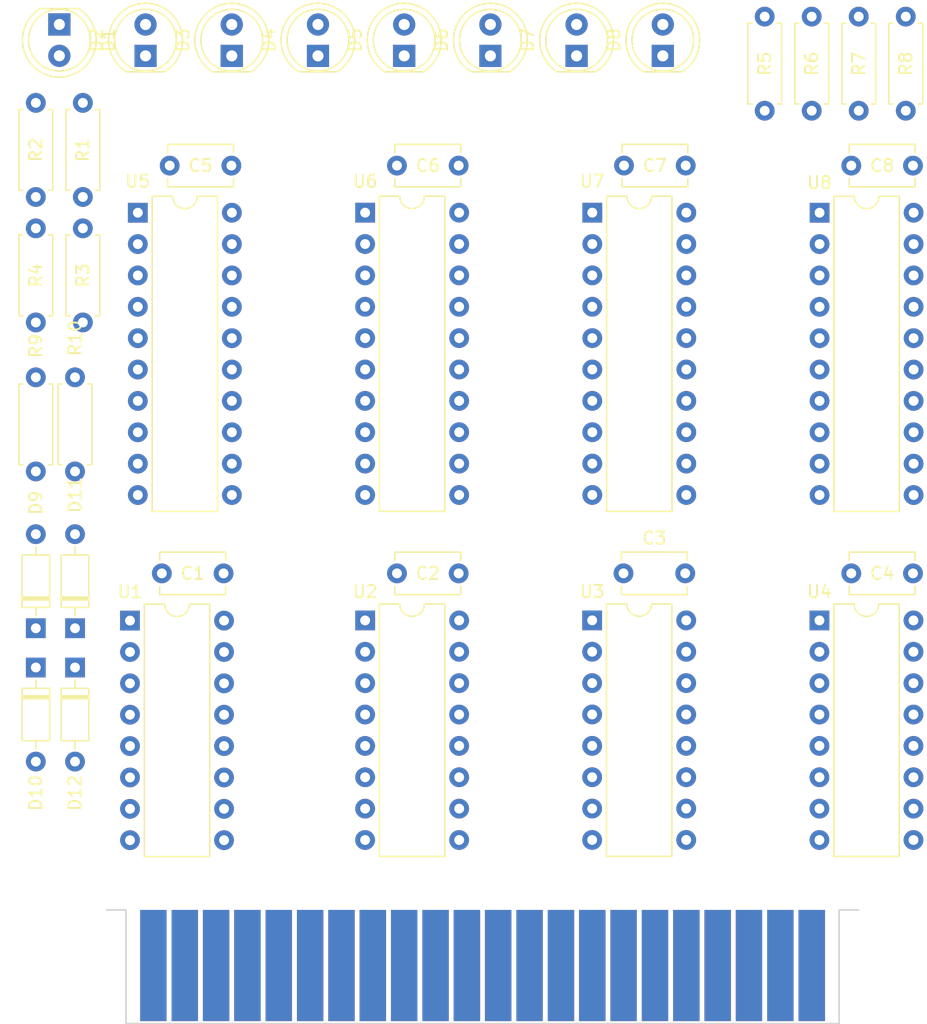
<source format=kicad_pcb>
(kicad_pcb (version 20211014) (generator pcbnew)
  (layers (0 "F.Cu" signal) (31 "B.Cu" signal) (34 "B.Paste" user) (35 "F.Paste" user) (36 "B.SilkS" user "B.Silkscreen") (37 "F.SilkS" user "F.Silkscreen") (38 "B.Mask" user) (39 "F.Mask" user) (44 "Edge.Cuts" user))
  (net 0 "")
  (net 1 "GND")
  (net 2 "+5V")
  (net 3 "Net-(R1-Pad2)")
  (net 4 "Net-(R2-Pad2)")
  (net 5 "Net-(R3-Pad2)")
  (net 6 "Net-(R4-Pad2)")
  (net 7 "Net-(R5-Pad2)")
  (net 8 "Net-(R6-Pad2)")
  (net 9 "Net-(R7-Pad2)")
  (net 10 "Net-(R8-Pad2)")
  (net 11 "inc")
  (net 12 "~{clock}")
  (net 13 "count_up")
  (net 14 "dec")
  (net 15 "count_down")
  (net 16 "data_{0}")
  (net 17 "data_{1}")
  (net 18 "~{read_high}")
  (net 19 "data_{2}")
  (net 20 "~{read_low}")
  (net 21 "data_{3}")
  (net 23 "data_{4}")
  (net 24 "data_{5}")
  (net 26 "data_{6}")
  (net 27 "data_{7}")
  (net 28 "~{load_high}")
  (net 29 "~{load_low}")
  (net 30 "~{addr_sel}")
  (net 31 "addr_{8}")
  (net 32 "addr_{0}")
  (net 33 "addr_{9}")
  (net 34 "addr_{1}")
  (net 35 "addr_{10}")
  (net 36 "addr_{2}")
  (net 37 "addr_{11}")
  (net 38 "addr_{3}")
  (net 39 "addr_{12}")
  (net 40 "addr_{4}")
  (net 41 "addr_{13}")
  (net 42 "addr_{5}")
  (net 43 "addr_{14}")
  (net 44 "addr_{6}")
  (net 45 "addr_{15}")
  (net 46 "addr_{7}")
  (net 47 "count_{13}")
  (net 48 "count_{12}")
  (net 49 "borrow_4")
  (net 50 "carry_4")
  (net 51 "count_{14}")
  (net 52 "count_{15}")
  (net 55 "count_{9}")
  (net 56 "count_{8}")
  (net 57 "borrow_3")
  (net 58 "carry_3")
  (net 59 "count_{10}")
  (net 60 "count_{11}")
  (net 61 "count_{5}")
  (net 62 "count_{4}")
  (net 63 "borrow_2")
  (net 64 "carry_2")
  (net 65 "count_{6}")
  (net 66 "count_{7}")
  (net 67 "count_{1}")
  (net 68 "count_{0}")
  (net 69 "count_{2}")
  (net 70 "count_{3}")
  (footprint "Package_DIP:DIP-20_W7.62mm" (layer "F.Cu") (at 110.49 53.98)
    (fp_text reference "U8" (at -0.01 -2.427) (layer "F.SilkS"))
    (fp_text value "74LS244")
    (pad "1" thru_hole rect (at 0 0) (size 1.6 1.6) (drill 0.8) (layers *.Cu *.Mask) (net 30 "~{addr_sel}"))
    (pad "2" thru_hole oval (at 0 2.54) (size 1.6 1.6) (drill 0.8) (layers *.Cu *.Mask) (net 68 "count_{0}"))
    (pad "3" thru_hole oval (at 0 5.08) (size 1.6 1.6) (drill 0.8) (layers *.Cu *.Mask) (net 46 "addr_{7}"))
    (pad "4" thru_hole oval (at 0 7.62) (size 1.6 1.6) (drill 0.8) (layers *.Cu *.Mask) (net 67 "count_{1}"))
    (pad "5" thru_hole oval (at 0 10.16) (size 1.6 1.6) (drill 0.8) (layers *.Cu *.Mask) (net 44 "addr_{6}"))
    (pad "6" thru_hole oval (at 0 12.7) (size 1.6 1.6) (drill 0.8) (layers *.Cu *.Mask) (net 69 "count_{2}"))
    (pad "7" thru_hole oval (at 0 15.24) (size 1.6 1.6) (drill 0.8) (layers *.Cu *.Mask) (net 42 "addr_{5}"))
    (pad "8" thru_hole oval (at 0 17.78) (size 1.6 1.6) (drill 0.8) (layers *.Cu *.Mask) (net 70 "count_{3}"))
    (pad "9" thru_hole oval (at 0 20.32) (size 1.6 1.6) (drill 0.8) (layers *.Cu *.Mask) (net 40 "addr_{4}"))
    (pad "10" thru_hole oval (at 0 22.86) (size 1.6 1.6) (drill 0.8) (layers *.Cu *.Mask) (net 1 "GND"))
    (pad "11" thru_hole oval (at 7.62 22.86) (size 1.6 1.6) (drill 0.8) (layers *.Cu *.Mask) (net 62 "count_{4}"))
    (pad "12" thru_hole oval (at 7.62 20.32) (size 1.6 1.6) (drill 0.8) (layers *.Cu *.Mask) (net 38 "addr_{3}"))
    (pad "13" thru_hole oval (at 7.62 17.78) (size 1.6 1.6) (drill 0.8) (layers *.Cu *.Mask) (net 61 "count_{5}"))
    (pad "14" thru_hole oval (at 7.62 15.24) (size 1.6 1.6) (drill 0.8) (layers *.Cu *.Mask) (net 36 "addr_{2}"))
    (pad "15" thru_hole oval (at 7.62 12.7) (size 1.6 1.6) (drill 0.8) (layers *.Cu *.Mask) (net 65 "count_{6}"))
    (pad "16" thru_hole oval (at 7.62 10.16) (size 1.6 1.6) (drill 0.8) (layers *.Cu *.Mask) (net 34 "addr_{1}"))
    (pad "17" thru_hole oval (at 7.62 7.62) (size 1.6 1.6) (drill 0.8) (layers *.Cu *.Mask) (net 66 "count_{7}"))
    (pad "18" thru_hole oval (at 7.62 5.08) (size 1.6 1.6) (drill 0.8) (layers *.Cu *.Mask) (net 32 "addr_{0}"))
    (pad "19" thru_hole oval (at 7.62 2.54) (size 1.6 1.6) (drill 0.8) (layers *.Cu *.Mask) (net 30 "~{addr_sel}"))
    (pad "20" thru_hole oval (at 7.62 0) (size 1.6 1.6) (drill 0.8) (layers *.Cu *.Mask) (net 2 "+5V"))
  )
  (footprint "LED_THT:LED_D5.0mm" (layer "F.Cu") (at 83.82 41.28 90)
    (fp_text reference "D6" (at 1.27 -3.96 90) (layer "F.SilkS"))
    (fp_text value "LED")
    (pad "1" thru_hole rect (at 0 0 90) (size 1.8 1.8) (drill 0.9) (layers *.Cu *.Mask) (net 8 "Net-(R6-Pad2)"))
    (pad "2" thru_hole circle (at 2.54 0 90) (size 1.8 1.8) (drill 0.9) (layers *.Cu *.Mask) (net 2 "+5V"))
  )
  (footprint "Diode_THT:D_DO-35_SOD27_P7.62mm_Horizontal" (layer "F.Cu") (at 50.165 87.63 90)
    (fp_text reference "D11" (at 10.795 0 90) (layer "F.SilkS"))
    (fp_text value "1N4148" hide)
    (pad "1" thru_hole rect (at 0 0 90) (size 1.6 1.6) (drill 0.8) (layers *.Cu *.Mask) (net 14 "dec"))
    (pad "2" thru_hole oval (at 7.62 0 90) (size 1.6 1.6) (drill 0.8) (layers *.Cu *.Mask) (net 12 "~{clock}"))
  )
  (footprint "LED_THT:LED_D5.0mm" (layer "F.Cu") (at 48.895 38.735 -90)
    (fp_text reference "D1" (at 1.27 -3.96 90) (layer "F.SilkS"))
    (fp_text value "LED")
    (pad "1" thru_hole rect (at 0 0 270) (size 1.8 1.8) (drill 0.9) (layers *.Cu *.Mask) (net 1 "GND"))
    (pad "2" thru_hole circle (at 2.54 0 270) (size 1.8 1.8) (drill 0.9) (layers *.Cu *.Mask) (net 3 "Net-(R1-Pad2)"))
  )
  (footprint "Diode_THT:D_DO-35_SOD27_P7.62mm_Horizontal" (layer "F.Cu") (at 50.165 90.805 -90)
    (fp_text reference "D12" (at 10.16 0 90) (layer "F.SilkS"))
    (fp_text value "1N4148" hide)
    (pad "1" thru_hole rect (at 0 0 270) (size 1.6 1.6) (drill 0.8) (layers *.Cu *.Mask) (net 14 "dec"))
    (pad "2" thru_hole oval (at 7.62 0 270) (size 1.6 1.6) (drill 0.8) (layers *.Cu *.Mask) (net 15 "count_down"))
  )
  (footprint "Package_DIP:DIP-20_W7.62mm" (layer "F.Cu") (at 92.075 53.975)
    (fp_text reference "U7" (at -0.01 -2.545) (layer "F.SilkS"))
    (fp_text value "74LS244")
    (pad "1" thru_hole rect (at 0 0) (size 1.6 1.6) (drill 0.8) (layers *.Cu *.Mask) (net 30 "~{addr_sel}"))
    (pad "2" thru_hole oval (at 0 2.54) (size 1.6 1.6) (drill 0.8) (layers *.Cu *.Mask) (net 56 "count_{8}"))
    (pad "3" thru_hole oval (at 0 5.08) (size 1.6 1.6) (drill 0.8) (layers *.Cu *.Mask) (net 45 "addr_{15}"))
    (pad "4" thru_hole oval (at 0 7.62) (size 1.6 1.6) (drill 0.8) (layers *.Cu *.Mask) (net 55 "count_{9}"))
    (pad "5" thru_hole oval (at 0 10.16) (size 1.6 1.6) (drill 0.8) (layers *.Cu *.Mask) (net 43 "addr_{14}"))
    (pad "6" thru_hole oval (at 0 12.7) (size 1.6 1.6) (drill 0.8) (layers *.Cu *.Mask) (net 59 "count_{10}"))
    (pad "7" thru_hole oval (at 0 15.24) (size 1.6 1.6) (drill 0.8) (layers *.Cu *.Mask) (net 41 "addr_{13}"))
    (pad "8" thru_hole oval (at 0 17.78) (size 1.6 1.6) (drill 0.8) (layers *.Cu *.Mask) (net 60 "count_{11}"))
    (pad "9" thru_hole oval (at 0 20.32) (size 1.6 1.6) (drill 0.8) (layers *.Cu *.Mask) (net 39 "addr_{12}"))
    (pad "10" thru_hole oval (at 0 22.86) (size 1.6 1.6) (drill 0.8) (layers *.Cu *.Mask) (net 1 "GND"))
    (pad "11" thru_hole oval (at 7.62 22.86) (size 1.6 1.6) (drill 0.8) (layers *.Cu *.Mask) (net 48 "count_{12}"))
    (pad "12" thru_hole oval (at 7.62 20.32) (size 1.6 1.6) (drill 0.8) (layers *.Cu *.Mask) (net 37 "addr_{11}"))
    (pad "13" thru_hole oval (at 7.62 17.78) (size 1.6 1.6) (drill 0.8) (layers *.Cu *.Mask) (net 47 "count_{13}"))
    (pad "14" thru_hole oval (at 7.62 15.24) (size 1.6 1.6) (drill 0.8) (layers *.Cu *.Mask) (net 35 "addr_{10}"))
    (pad "15" thru_hole oval (at 7.62 12.7) (size 1.6 1.6) (drill 0.8) (layers *.Cu *.Mask) (net 51 "count_{14}"))
    (pad "16" thru_hole oval (at 7.62 10.16) (size 1.6 1.6) (drill 0.8) (layers *.Cu *.Mask) (net 33 "addr_{9}"))
    (pad "17" thru_hole oval (at 7.62 7.62) (size 1.6 1.6) (drill 0.8) (layers *.Cu *.Mask) (net 52 "count_{15}"))
    (pad "18" thru_hole oval (at 7.62 5.08) (size 1.6 1.6) (drill 0.8) (layers *.Cu *.Mask) (net 31 "addr_{8}"))
    (pad "19" thru_hole oval (at 7.62 2.54) (size 1.6 1.6) (drill 0.8) (layers *.Cu *.Mask) (net 30 "~{addr_sel}"))
    (pad "20" thru_hole oval (at 7.62 0) (size 1.6 1.6) (drill 0.8) (layers *.Cu *.Mask) (net 2 "+5V"))
  )
  (footprint "Resistor_THT:R_Axial_DIN0207_L6.3mm_D2.5mm_P7.62mm_Horizontal" (layer "F.Cu") (at 46.99 45.085 -90)
    (fp_text reference "R2" (at 3.81 0 90) (layer "F.SilkS"))
    (fp_text value "1K" hide)
    (pad "1" thru_hole circle (at 0 0 270) (size 1.6 1.6) (drill 0.8) (layers *.Cu *.Mask) (net 28 "~{load_high}"))
    (pad "2" thru_hole oval (at 7.62 0 270) (size 1.6 1.6) (drill 0.8) (layers *.Cu *.Mask) (net 4 "Net-(R2-Pad2)"))
  )
  (footprint "LED_THT:LED_D5.0mm" (layer "F.Cu") (at 55.88 41.28 90)
    (fp_text reference "D2" (at 1.27 -3.96 90) (layer "F.SilkS"))
    (fp_text value "LED")
    (pad "1" thru_hole rect (at 0 0 90) (size 1.8 1.8) (drill 0.9) (layers *.Cu *.Mask) (net 4 "Net-(R2-Pad2)"))
    (pad "2" thru_hole circle (at 2.54 0 90) (size 1.8 1.8) (drill 0.9) (layers *.Cu *.Mask) (net 2 "+5V"))
  )
  (footprint "Resistor_THT:R_Axial_DIN0207_L6.3mm_D2.5mm_P7.62mm_Horizontal" (layer "F.Cu") (at 50.165 74.93 90)
    (fp_text reference "R10" (at 10.795 0 90) (layer "F.SilkS"))
    (fp_text value "10K" hide)
    (pad "1" thru_hole circle (at 0 0 90) (size 1.6 1.6) (drill 0.8) (layers *.Cu *.Mask) (net 14 "dec"))
    (pad "2" thru_hole oval (at 7.62 0 90) (size 1.6 1.6) (drill 0.8) (layers *.Cu *.Mask) (net 1 "GND"))
  )
  (footprint "Capacitor_THT:C_Disc_D5.1mm_W3.2mm_P5.00mm" (layer "F.Cu") (at 57.2 83.185)
    (fp_text reference "C1" (at 2.5 0) (layer "F.SilkS"))
    (fp_text value "100nF")
    (pad "1" thru_hole circle (at 0 0) (size 1.6 1.6) (drill 0.8) (layers *.Cu *.Mask) (net 1 "GND"))
    (pad "2" thru_hole circle (at 5 0) (size 1.6 1.6) (drill 0.8) (layers *.Cu *.Mask) (net 2 "+5V"))
  )
  (footprint "Package_DIP:DIP-16_W7.62mm" (layer "F.Cu") (at 110.48 86.995)
    (fp_text reference "U4" (at 0 -2.33) (layer "F.SilkS"))
    (fp_text value "74LS193")
    (pad "1" thru_hole rect (at 0 0) (size 1.6 1.6) (drill 0.8) (layers *.Cu *.Mask) (net 17 "data_{1}"))
    (pad "2" thru_hole oval (at 0 2.54) (size 1.6 1.6) (drill 0.8) (layers *.Cu *.Mask) (net 67 "count_{1}"))
    (pad "3" thru_hole oval (at 0 5.08) (size 1.6 1.6) (drill 0.8) (layers *.Cu *.Mask) (net 68 "count_{0}"))
    (pad "4" thru_hole oval (at 0 7.62) (size 1.6 1.6) (drill 0.8) (layers *.Cu *.Mask) (net 14 "dec"))
    (pad "5" thru_hole oval (at 0 10.16) (size 1.6 1.6) (drill 0.8) (layers *.Cu *.Mask) (net 11 "inc"))
    (pad "6" thru_hole oval (at 0 12.7) (size 1.6 1.6) (drill 0.8) (layers *.Cu *.Mask) (net 69 "count_{2}"))
    (pad "7" thru_hole oval (at 0 15.24) (size 1.6 1.6) (drill 0.8) (layers *.Cu *.Mask) (net 70 "count_{3}"))
    (pad "8" thru_hole oval (at 0 17.78) (size 1.6 1.6) (drill 0.8) (layers *.Cu *.Mask) (net 1 "GND"))
    (pad "9" thru_hole oval (at 7.62 17.78) (size 1.6 1.6) (drill 0.8) (layers *.Cu *.Mask) (net 21 "data_{3}"))
    (pad "10" thru_hole oval (at 7.62 15.24) (size 1.6 1.6) (drill 0.8) (layers *.Cu *.Mask) (net 19 "data_{2}"))
    (pad "11" thru_hole oval (at 7.62 12.7) (size 1.6 1.6) (drill 0.8) (layers *.Cu *.Mask) (net 29 "~{load_low}"))
    (pad "12" thru_hole oval (at 7.62 10.16) (size 1.6 1.6) (drill 0.8) (layers *.Cu *.Mask) (net 64 "carry_2"))
    (pad "13" thru_hole oval (at 7.62 7.62) (size 1.6 1.6) (drill 0.8) (layers *.Cu *.Mask) (net 63 "borrow_2"))
    (pad "14" thru_hole oval (at 7.62 5.08) (size 1.6 1.6) (drill 0.8) (layers *.Cu *.Mask) (net 1 "GND"))
    (pad "15" thru_hole oval (at 7.62 2.54) (size 1.6 1.6) (drill 0.8) (layers *.Cu *.Mask) (net 16 "data_{0}"))
    (pad "16" thru_hole oval (at 7.62 0) (size 1.6 1.6) (drill 0.8) (layers *.Cu *.Mask) (net 2 "+5V"))
  )
  (footprint "Resistor_THT:R_Axial_DIN0207_L6.3mm_D2.5mm_P7.62mm_Horizontal" (layer "F.Cu") (at 109.855 45.72 90)
    (fp_text reference "R6" (at 3.81 0 90) (layer "F.SilkS"))
    (fp_text value "1K" hide)
    (pad "1" thru_hole circle (at 0 0 90) (size 1.6 1.6) (drill 0.8) (layers *.Cu *.Mask) (net 30 "~{addr_sel}"))
    (pad "2" thru_hole oval (at 7.62 0 90) (size 1.6 1.6) (drill 0.8) (layers *.Cu *.Mask) (net 8 "Net-(R6-Pad2)"))
  )
  (footprint "Diode_THT:D_DO-35_SOD27_P7.62mm_Horizontal" (layer "F.Cu") (at 46.99 87.63 90)
    (fp_text reference "D9" (at 10.16 0 90) (layer "F.SilkS"))
    (fp_text value "1N4148" hide)
    (pad "1" thru_hole rect (at 0 0 90) (size 1.6 1.6) (drill 0.8) (layers *.Cu *.Mask) (net 11 "inc"))
    (pad "2" thru_hole oval (at 7.62 0 90) (size 1.6 1.6) (drill 0.8) (layers *.Cu *.Mask) (net 12 "~{clock}"))
  )
  (footprint "LED_THT:LED_D5.0mm" (layer "F.Cu") (at 90.805 41.28 90)
    (fp_text reference "D7" (at 1.27 -3.96 90) (layer "F.SilkS"))
    (fp_text value "LED")
    (pad "1" thru_hole rect (at 0 0 90) (size 1.8 1.8) (drill 0.9) (layers *.Cu *.Mask) (net 1 "GND"))
    (pad "2" thru_hole circle (at 2.54 0 90) (size 1.8 1.8) (drill 0.9) (layers *.Cu *.Mask) (net 9 "Net-(R7-Pad2)"))
  )
  (footprint "Resistor_THT:R_Axial_DIN0207_L6.3mm_D2.5mm_P7.62mm_Horizontal" (layer "F.Cu") (at 113.665 45.72 90)
    (fp_text reference "R7" (at 3.81 0 90) (layer "F.SilkS"))
    (fp_text value "1K" hide)
    (pad "1" thru_hole circle (at 0 0 90) (size 1.6 1.6) (drill 0.8) (layers *.Cu *.Mask) (net 13 "count_up"))
    (pad "2" thru_hole oval (at 7.62 0 90) (size 1.6 1.6) (drill 0.8) (layers *.Cu *.Mask) (net 9 "Net-(R7-Pad2)"))
  )
  (footprint "Capacitor_THT:C_Disc_D5.1mm_W3.2mm_P5.00mm" (layer "F.Cu") (at 76.25 83.185)
    (fp_text reference "C2" (at 2.5 0) (layer "F.SilkS"))
    (fp_text value "100nF")
    (pad "1" thru_hole circle (at 0 0) (size 1.6 1.6) (drill 0.8) (layers *.Cu *.Mask) (net 1 "GND"))
    (pad "2" thru_hole circle (at 5 0) (size 1.6 1.6) (drill 0.8) (layers *.Cu *.Mask) (net 2 "+5V"))
  )
  (footprint "Capacitor_THT:C_Disc_D5.1mm_W3.2mm_P5.00mm" (layer "F.Cu") (at 76.25 50.165)
    (fp_text reference "C6" (at 2.5 0) (layer "F.SilkS"))
    (fp_text value "100nF")
    (pad "1" thru_hole circle (at 0 0) (size 1.6 1.6) (drill 0.8) (layers *.Cu *.Mask) (net 1 "GND"))
    (pad "2" thru_hole circle (at 5 0) (size 1.6 1.6) (drill 0.8) (layers *.Cu *.Mask) (net 2 "+5V"))
  )
  (footprint "Resistor_THT:R_Axial_DIN0207_L6.3mm_D2.5mm_P7.62mm_Horizontal" (layer "F.Cu") (at 117.475 45.72 90)
    (fp_text reference "R8" (at 3.81 0 90) (layer "F.SilkS"))
    (fp_text value "1K" hide)
    (pad "1" thru_hole circle (at 0 0 90) (size 1.6 1.6) (drill 0.8) (layers *.Cu *.Mask) (net 15 "count_down"))
    (pad "2" thru_hole oval (at 7.62 0 90) (size 1.6 1.6) (drill 0.8) (layers *.Cu *.Mask) (net 10 "Net-(R8-Pad2)"))
  )
  (footprint "Capacitor_THT:C_Disc_D5.1mm_W3.2mm_P5.00mm" (layer "F.Cu") (at 113.06 83.185)
    (fp_text reference "C4" (at 2.5 0) (layer "F.SilkS"))
    (fp_text value "100nF")
    (pad "1" thru_hole circle (at 0 0) (size 1.6 1.6) (drill 0.8) (layers *.Cu *.Mask) (net 1 "GND"))
    (pad "2" thru_hole circle (at 5 0) (size 1.6 1.6) (drill 0.8) (layers *.Cu *.Mask) (net 2 "+5V"))
  )
  (footprint "Resistor_THT:R_Axial_DIN0207_L6.3mm_D2.5mm_P7.62mm_Horizontal" (layer "F.Cu") (at 46.99 74.93 90)
    (fp_text reference "R9" (at 10.16 0 90) (layer "F.SilkS"))
    (fp_text value "10K" hide)
    (pad "1" thru_hole circle (at 0 0 90) (size 1.6 1.6) (drill 0.8) (layers *.Cu *.Mask) (net 11 "inc"))
    (pad "2" thru_hole oval (at 7.62 0 90) (size 1.6 1.6) (drill 0.8) (layers *.Cu *.Mask) (net 1 "GND"))
  )
  (footprint "LED_THT:LED_D5.0mm" (layer "F.Cu") (at 69.85 41.28 90)
    (fp_text reference "D4" (at 1.27 -3.96 90) (layer "F.SilkS"))
    (fp_text value "LED")
    (pad "1" thru_hole rect (at 0 0 90) (size 1.8 1.8) (drill 0.9) (layers *.Cu *.Mask) (net 6 "Net-(R4-Pad2)"))
    (pad "2" thru_hole circle (at 2.54 0 90) (size 1.8 1.8) (drill 0.9) (layers *.Cu *.Mask) (net 2 "+5V"))
  )
  (footprint "Capacitor_THT:C_Disc_D5.1mm_W3.2mm_P5.00mm" (layer "F.Cu") (at 94.645 50.16)
    (fp_text reference "C7" (at 2.5 0) (layer "F.SilkS"))
    (fp_text value "100nF")
    (pad "1" thru_hole circle (at 0 0) (size 1.6 1.6) (drill 0.8) (layers *.Cu *.Mask) (net 1 "GND"))
    (pad "2" thru_hole circle (at 5 0) (size 1.6 1.6) (drill 0.8) (layers *.Cu *.Mask) (net 2 "+5V"))
  )
  (footprint "Capacitor_THT:C_Disc_D5.1mm_W3.2mm_P5.00mm" (layer "F.Cu") (at 94.605 83.18)
    (fp_text reference "C3" (at 2.5 -2.85) (layer "F.SilkS"))
    (fp_text value "100nF")
    (pad "1" thru_hole circle (at 0 0) (size 1.6 1.6) (drill 0.8) (layers *.Cu *.Mask) (net 1 "GND"))
    (pad "2" thru_hole circle (at 5 0) (size 1.6 1.6) (drill 0.8) (layers *.Cu *.Mask) (net 2 "+5V"))
  )
  (footprint "Package_DIP:DIP-16_W7.62mm" (layer "F.Cu") (at 73.67 86.995)
    (fp_text reference "U2" (at 0 -2.33) (layer "F.SilkS"))
    (fp_text value "74LS193")
    (pad "1" thru_hole rect (at 0 0) (size 1.6 1.6) (drill 0.8) (layers *.Cu *.Mask) (net 17 "data_{1}"))
    (pad "2" thru_hole oval (at 0 2.54) (size 1.6 1.6) (drill 0.8) (layers *.Cu *.Mask) (net 55 "count_{9}"))
    (pad "3" thru_hole oval (at 0 5.08) (size 1.6 1.6) (drill 0.8) (layers *.Cu *.Mask) (net 56 "count_{8}"))
    (pad "4" thru_hole oval (at 0 7.62) (size 1.6 1.6) (drill 0.8) (layers *.Cu *.Mask) (net 57 "borrow_3"))
    (pad "5" thru_hole oval (at 0 10.16) (size 1.6 1.6) (drill 0.8) (layers *.Cu *.Mask) (net 58 "carry_3"))
    (pad "6" thru_hole oval (at 0 12.7) (size 1.6 1.6) (drill 0.8) (layers *.Cu *.Mask) (net 59 "count_{10}"))
    (pad "7" thru_hole oval (at 0 15.24) (size 1.6 1.6) (drill 0.8) (layers *.Cu *.Mask) (net 60 "count_{11}"))
    (pad "8" thru_hole oval (at 0 17.78) (size 1.6 1.6) (drill 0.8) (layers *.Cu *.Mask) (net 1 "GND"))
    (pad "9" thru_hole oval (at 7.62 17.78) (size 1.6 1.6) (drill 0.8) (layers *.Cu *.Mask) (net 21 "data_{3}"))
    (pad "10" thru_hole oval (at 7.62 15.24) (size 1.6 1.6) (drill 0.8) (layers *.Cu *.Mask) (net 19 "data_{2}"))
    (pad "11" thru_hole oval (at 7.62 12.7) (size 1.6 1.6) (drill 0.8) (layers *.Cu *.Mask) (net 28 "~{load_high}"))
    (pad "12" thru_hole oval (at 7.62 10.16) (size 1.6 1.6) (drill 0.8) (layers *.Cu *.Mask) (net 50 "carry_4"))
    (pad "13" thru_hole oval (at 7.62 7.62) (size 1.6 1.6) (drill 0.8) (layers *.Cu *.Mask) (net 49 "borrow_4"))
    (pad "14" thru_hole oval (at 7.62 5.08) (size 1.6 1.6) (drill 0.8) (layers *.Cu *.Mask) (net 1 "GND"))
    (pad "15" thru_hole oval (at 7.62 2.54) (size 1.6 1.6) (drill 0.8) (layers *.Cu *.Mask) (net 16 "data_{0}"))
    (pad "16" thru_hole oval (at 7.62 0) (size 1.6 1.6) (drill 0.8) (layers *.Cu *.Mask) (net 2 "+5V"))
  )
  (footprint "Package_DIP:DIP-20_W7.62mm" (layer "F.Cu") (at 73.67 53.975)
    (fp_text reference "U6" (at 0 -2.54) (layer "F.SilkS"))
    (fp_text value "74LS244")
    (pad "1" thru_hole rect (at 0 0) (size 1.6 1.6) (drill 0.8) (layers *.Cu *.Mask) (net 20 "~{read_low}"))
    (pad "2" thru_hole oval (at 0 2.54) (size 1.6 1.6) (drill 0.8) (layers *.Cu *.Mask) (net 68 "count_{0}"))
    (pad "3" thru_hole oval (at 0 5.08) (size 1.6 1.6) (drill 0.8) (layers *.Cu *.Mask) (net 27 "data_{7}"))
    (pad "4" thru_hole oval (at 0 7.62) (size 1.6 1.6) (drill 0.8) (layers *.Cu *.Mask) (net 67 "count_{1}"))
    (pad "5" thru_hole oval (at 0 10.16) (size 1.6 1.6) (drill 0.8) (layers *.Cu *.Mask) (net 26 "data_{6}"))
    (pad "6" thru_hole oval (at 0 12.7) (size 1.6 1.6) (drill 0.8) (layers *.Cu *.Mask) (net 69 "count_{2}"))
    (pad "7" thru_hole oval (at 0 15.24) (size 1.6 1.6) (drill 0.8) (layers *.Cu *.Mask) (net 24 "data_{5}"))
    (pad "8" thru_hole oval (at 0 17.78) (size 1.6 1.6) (drill 0.8) (layers *.Cu *.Mask) (net 70 "count_{3}"))
    (pad "9" thru_hole oval (at 0 20.32) (size 1.6 1.6) (drill 0.8) (layers *.Cu *.Mask) (net 23 "data_{4}"))
    (pad "10" thru_hole oval (at 0 22.86) (size 1.6 1.6) (drill 0.8) (layers *.Cu *.Mask) (net 1 "GND"))
    (pad "11" thru_hole oval (at 7.62 22.86) (size 1.6 1.6) (drill 0.8) (layers *.Cu *.Mask) (net 62 "count_{4}"))
    (pad "12" thru_hole oval (at 7.62 20.32) (size 1.6 1.6) (drill 0.8) (layers *.Cu *.Mask) (net 21 "data_{3}"))
    (pad "13" thru_hole oval (at 7.62 17.78) (size 1.6 1.6) (drill 0.8) (layers *.Cu *.Mask) (net 61 "count_{5}"))
    (pad "14" thru_hole oval (at 7.62 15.24) (size 1.6 1.6) (drill 0.8) (layers *.Cu *.Mask) (net 19 "data_{2}"))
    (pad "15" thru_hole oval (at 7.62 12.7) (size 1.6 1.6) (drill 0.8) (layers *.Cu *.Mask) (net 65 "count_{6}"))
    (pad "16" thru_hole oval (at 7.62 10.16) (size 1.6 1.6) (drill 0.8) (layers *.Cu *.Mask) (net 17 "data_{1}"))
    (pad "17" thru_hole oval (at 7.62 7.62) (size 1.6 1.6) (drill 0.8) (layers *.Cu *.Mask) (net 66 "count_{7}"))
    (pad "18" thru_hole oval (at 7.62 5.08) (size 1.6 1.6) (drill 0.8) (layers *.Cu *.Mask) (net 16 "data_{0}"))
    (pad "19" thru_hole oval (at 7.62 2.54) (size 1.6 1.6) (drill 0.8) (layers *.Cu *.Mask) (net 20 "~{read_low}"))
    (pad "20" thru_hole oval (at 7.62 0) (size 1.6 1.6) (drill 0.8) (layers *.Cu *.Mask) (net 2 "+5V"))
  )
  (footprint "LED_THT:LED_D5.0mm" (layer "F.Cu") (at 76.835 41.28 90)
    (fp_text reference "D5" (at 1.27 -3.96 90) (layer "F.SilkS"))
    (fp_text value "LED")
    (pad "1" thru_hole rect (at 0 0 90) (size 1.8 1.8) (drill 0.9) (layers *.Cu *.Mask) (net 7 "Net-(R5-Pad2)"))
    (pad "2" thru_hole circle (at 2.54 0 90) (size 1.8 1.8) (drill 0.9) (layers *.Cu *.Mask) (net 2 "+5V"))
  )
  (footprint "Resistor_THT:R_Axial_DIN0207_L6.3mm_D2.5mm_P7.62mm_Horizontal" (layer "F.Cu") (at 106.045 45.72 90)
    (fp_text reference "R5" (at 3.81 0 90) (layer "F.SilkS"))
    (fp_text value "1K" hide)
    (pad "1" thru_hole circle (at 0 0 90) (size 1.6 1.6) (drill 0.8) (layers *.Cu *.Mask) (net 20 "~{read_low}"))
    (pad "2" thru_hole oval (at 7.62 0 90) (size 1.6 1.6) (drill 0.8) (layers *.Cu *.Mask) (net 7 "Net-(R5-Pad2)"))
  )
  (footprint "LED_THT:LED_D5.0mm" (layer "F.Cu") (at 62.865 41.28 90)
    (fp_text reference "D3" (at 1.27 -3.96 90) (layer "F.SilkS"))
    (fp_text value "LED")
    (pad "1" thru_hole rect (at 0 0 90) (size 1.8 1.8) (drill 0.9) (layers *.Cu *.Mask) (net 5 "Net-(R3-Pad2)"))
    (pad "2" thru_hole circle (at 2.54 0 90) (size 1.8 1.8) (drill 0.9) (layers *.Cu *.Mask) (net 2 "+5V"))
  )
  (footprint "Capacitor_THT:C_Disc_D5.1mm_W3.2mm_P5.00mm" (layer "F.Cu") (at 113.06 50.165)
    (fp_text reference "C8" (at 2.5 0) (layer "F.SilkS"))
    (fp_text value "100nF")
    (pad "1" thru_hole circle (at 0 0) (size 1.6 1.6) (drill 0.8) (layers *.Cu *.Mask) (net 1 "GND"))
    (pad "2" thru_hole circle (at 5 0) (size 1.6 1.6) (drill 0.8) (layers *.Cu *.Mask) (net 2 "+5V"))
  )
  (footprint "edge_connector:edge-connector-44" (layer "F.Cu") (at 56.515 114.935 90)
    (fp_text reference "J1" hide)
    (fp_text value "Conn_02x22_Top_Bottom" hide)
    (fp_line (start -4.699 55.56) (end 4.5 55.56) (layer "Edge.Cuts") (width 0.12))
    (fp_line (start -4.699 -2.22) (end 4.5 -2.22) (layer "Edge.Cuts") (width 0.12))
    (fp_line (start 4.5 55.56) (end 4.5 57.15) (layer "Edge.Cuts") (width 0.12))
    (fp_line (start 4.5 -2.22) (end 4.5 -3.81) (layer "Edge.Cuts") (width 0.12))
    (fp_line (start -4.699 -2.22) (end -4.699 55.56) (layer "Edge.Cuts") (width 0.12))
    (pad "1" connect rect (at 0 0 90) (size 9 2.14) (layers "F.Cu" "F.Mask") (net 13 "count_up"))
    (pad "2" connect rect (at 0 2.54 90) (size 9 2.14) (layers "F.Cu" "F.Mask") (net 15 "count_down"))
    (pad "3" connect rect (at 0 5.08 90) (size 9 2.14) (layers "F.Cu" "F.Mask") (net 18 "~{read_high}"))
    (pad "4" connect rect (at 0 7.62 90) (size 9 2.14) (layers "F.Cu" "F.Mask") (net 20 "~{read_low}"))
    (pad "5" connect rect (at 0 10.16 90) (size 9 2.14) (layers "F.Cu" "F.Mask"))
    (pad "6" connect rect (at 0 12.7 90) (size 9 2.14) (layers "F.Cu" "F.Mask"))
    (pad "7" connect rect (at 0 15.24 90) (size 9 2.14) (layers "F.Cu" "F.Mask"))
    (pad "8" connect rect (at 0 17.78 90) (size 9 2.14) (layers "F.Cu" "F.Mask"))
    (pad "9" connect rect (at 0 20.32 90) (size 9 2.14) (layers "F.Cu" "F.Mask"))
    (pad "10" connect rect (at 0 22.86 90) (size 9 2.14) (layers "F.Cu" "F.Mask"))
    (pad "11" connect rect (at 0 25.4 90) (size 9 2.14) (layers "F.Cu" "F.Mask") (net 2 "+5V"))
    (pad "12" connect rect (at 0 27.94 90) (size 9 2.14) (layers "F.Cu" "F.Mask") (net 1 "GND"))
    (pad "13" connect rect (at 0 30.48 90) (size 9 2.14) (layers "F.Cu" "F.Mask"))
    (pad "14" connect rect (at 0 33.02 90) (size 9 2.14) (layers "F.Cu" "F.Mask") (net 30 "~{addr_sel}"))
    (pad "15" connect rect (at 0 35.56 90) (size 9 2.14) (layers "F.Cu" "F.Mask") (net 31 "addr_{8}"))
    (pad "16" connect rect (at 0 38.1 90) (size 9 2.14) (layers "F.Cu" "F.Mask") (net 33 "addr_{9}"))
    (pad "17" connect rect (at 0 40.64 90) (size 9 2.14) (layers "F.Cu" "F.Mask") (net 35 "addr_{10}"))
    (pad "18" connect rect (at 0 43.18 90) (size 9 2.14) (layers "F.Cu" "F.Mask") (net 37 "addr_{11}"))
    (pad "19" connect rect (at 0 45.72 90) (size 9 2.14) (layers "F.Cu" "F.Mask") (net 39 "addr_{12}"))
    (pad "20" connect rect (at 0 48.26 90) (size 9 2.14) (layers "F.Cu" "F.Mask") (net 41 "addr_{13}"))
    (pad "21" connect rect (at 0 50.8 90) (size 9 2.14) (layers "F.Cu" "F.Mask") (net 43 "addr_{14}"))
    (pad "22" connect rect (at 0 53.34 90) (size 9 2.14) (layers "F.Cu" "F.Mask") (net 45 "addr_{15}"))
    (pad "23" connect rect (at 0 0 90) (size 9 2.14) (layers "B.Cu" "B.Mask") (net 16 "data_{0}"))
    (pad "24" connect rect (at 0 2.54 90) (size 9 2.14) (layers "B.Cu" "B.Mask") (net 17 "data_{1}"))
    (pad "25" connect rect (at 0 5.08 90) (size 9 2.14) (layers "B.Cu" "B.Mask") (net 19 "data_{2}"))
    (pad "26" connect rect (at 0 7.62 90) (size 9 2.14) (layers "B.Cu" "B.Mask") (net 21 "data_{3}"))
    (pad "27" connect rect (at 0 10.16 90) (size 9 2.14) (layers "B.Cu" "B.Mask") (net 23 "data_{4}"))
    (pad "28" connect rect (at 0 12.7 90) (size 9 2.14) (layers "B.Cu" "B.Mask") (net 24 "data_{5}"))
    (pad "29" connect rect (at 0 15.24 90) (size 9 2.14) (layers "B.Cu" "B.Mask") (net 26 "data_{6}"))
    (pad "30" connect rect (at 0 17.78 90) (size 9 2.14) (layers "B.Cu" "B.Mask") (net 27 "data_{7}"))
    (pad "31" connect rect (at 0 20.32 90) (size 9 2.14) (layers "B.Cu" "B.Mask") (net 28 "~{load_high}"))
    (pad "32" connect rect (at 0 22.86 90) (size 9 2.14) (layers "B.Cu" "B.Mask") (net 29 "~{load_low}"))
    (pad "33" connect rect (at 0 25.4 90) (size 9 2.14) (layers "B.Cu" "B.Mask") (net 2 "+5V"))
    (pad "34" connect rect (at 0 27.94 90) (size 9 2.14) (layers "B.Cu" "B.Mask") (net 1 "GND"))
    (pad "35" connect rect (at 0 30.48 90) (size 9 2.14) (layers "B.Cu" "B.Mask"))
    (pad "36" connect rect (at 0 33.02 90) (size 9 2.14) (layers "B.Cu" "B.Mask"))
    (pad "37" connect rect (at 0 35.56 90) (size 9 2.14) (layers "B.Cu" "B.Mask") (net 32 "addr_{0}"))
    (pad "38" connect rect (at 0 38.1 90) (size 9 2.14) (layers "B.Cu" "B.Mask") (net 34 "addr_{1}"))
    (pad "39" connect rect (at 0 40.64 90) (size 9 2.14) (layers "B.Cu" "B.Mask") (net 36 "addr_{2}"))
    (pad "40" connect rect (at 0 43.18 90) (size 9 2.14) (layers "B.Cu" "B.Mask") (net 38 "addr_{3}"))
    (pad "41" connect rect (at 0 45.72 90) (size 9 2.14) (layers "B.Cu" "B.Mask") (net 40 "addr_{4}"))
    (pad "42" connect rect (at 0 48.26 90) (size 9 2.14) (layers "B.Cu" "B.Mask") (net 42 "addr_{5}"))
    (pad "43" connect rect (at 0 50.8 90) (size 9 2.14) (layers "B.Cu" "B.Mask") (net 44 "addr_{6}"))
    (pad "44" connect rect (at 0 53.34 90) (size 9 2.14) (layers "B.Cu" "B.Mask") (net 46 "addr_{7}"))
  )
  (footprint "Package_DIP:DIP-20_W7.62mm" (layer "F.Cu") (at 55.255 53.98)
    (fp_text reference "U5" (at -0.01 -2.545) (layer "F.SilkS"))
    (fp_text value "74LS244")
    (pad "1" thru_hole rect (at 0 0) (size 1.6 1.6) (drill 0.8) (layers *.Cu *.Mask) (net 18 "~{read_high}"))
    (pad "2" thru_hole oval (at 0 2.54) (size 1.6 1.6) (drill 0.8) (layers *.Cu *.Mask) (net 56 "count_{8}"))
    (pad "3" thru_hole oval (at 0 5.08) (size 1.6 1.6) (drill 0.8) (layers *.Cu *.Mask) (net 27 "data_{7}"))
    (pad "4" thru_hole oval (at 0 7.62) (size 1.6 1.6) (drill 0.8) (layers *.Cu *.Mask) (net 55 "count_{9}"))
    (pad "5" thru_hole oval (at 0 10.16) (size 1.6 1.6) (drill 0.8) (layers *.Cu *.Mask) (net 26 "data_{6}"))
    (pad "6" thru_hole oval (at 0 12.7) (size 1.6 1.6) (drill 0.8) (layers *.Cu *.Mask) (net 59 "count_{10}"))
    (pad "7" thru_hole oval (at 0 15.24) (size 1.6 1.6) (drill 0.8) (layers *.Cu *.Mask) (net 24 "data_{5}"))
    (pad "8" thru_hole oval (at 0 17.78) (size 1.6 1.6) (drill 0.8) (layers *.Cu *.Mask) (net 60 "count_{11}"))
    (pad "9" thru_hole oval (at 0 20.32) (size 1.6 1.6) (drill 0.8) (layers *.Cu *.Mask) (net 23 "data_{4}"))
    (pad "10" thru_hole oval (at 0 22.86) (size 1.6 1.6) (drill 0.8) (layers *.Cu *.Mask) (net 1 "GND"))
    (pad "11" thru_hole oval (at 7.62 22.86) (size 1.6 1.6) (drill 0.8) (layers *.Cu *.Mask) (net 48 "count_{12}"))
    (pad "12" thru_hole oval (at 7.62 20.32) (size 1.6 1.6) (drill 0.8) (layers *.Cu *.Mask) (net 21 "data_{3}"))
    (pad "13" thru_hole oval (at 7.62 17.78) (size 1.6 1.6) (drill 0.8) (layers *.Cu *.Mask) (net 47 "count_{13}"))
    (pad "14" thru_hole oval (at 7.62 15.24) (size 1.6 1.6) (drill 0.8) (layers *.Cu *.Mask) (net 19 "data_{2}"))
    (pad "15" thru_hole oval (at 7.62 12.7) (size 1.6 1.6) (drill 0.8) (layers *.Cu *.Mask) (net 51 "count_{14}"))
    (pad "16" thru_hole oval (at 7.62 10.16) (size 1.6 1.6) (drill 0.8) (layers *.Cu *.Mask) (net 17 "data_{1}"))
    (pad "17" thru_hole oval (at 7.62 7.62) (size 1.6 1.6) (drill 0.8) (layers *.Cu *.Mask) (net 52 "count_{15}"))
    (pad "18" thru_hole oval (at 7.62 5.08) (size 1.6 1.6) (drill 0.8) (layers *.Cu *.Mask) (net 16 "data_{0}"))
    (pad "19" thru_hole oval (at 7.62 2.54) (size 1.6 1.6) (drill 0.8) (layers *.Cu *.Mask) (net 18 "~{read_high}"))
    (pad "20" thru_hole oval (at 7.62 0) (size 1.6 1.6) (drill 0.8) (layers *.Cu *.Mask) (net 2 "+5V"))
  )
  (footprint "Resistor_THT:R_Axial_DIN0207_L6.3mm_D2.5mm_P7.62mm_Horizontal" (layer "F.Cu") (at 50.8 52.705 90)
    (fp_text reference "R1" (at 3.81 0 90) (layer "F.SilkS"))
    (fp_text value "1K" hide)
    (pad "1" thru_hole circle (at 0 0 90) (size 1.6 1.6) (drill 0.8) (layers *.Cu *.Mask) (net 2 "+5V"))
    (pad "2" thru_hole oval (at 7.62 0 90) (size 1.6 1.6) (drill 0.8) (layers *.Cu *.Mask) (net 3 "Net-(R1-Pad2)"))
  )
  (footprint "Capacitor_THT:C_Disc_D5.1mm_W3.2mm_P5.00mm" (layer "F.Cu") (at 57.835 50.165)
    (fp_text reference "C5" (at 2.5 0) (layer "F.SilkS"))
    (fp_text value "100nF")
    (pad "1" thru_hole circle (at 0 0) (size 1.6 1.6) (drill 0.8) (layers *.Cu *.Mask) (net 1 "GND"))
    (pad "2" thru_hole circle (at 5 0) (size 1.6 1.6) (drill 0.8) (layers *.Cu *.Mask) (net 2 "+5V"))
  )
  (footprint "Resistor_THT:R_Axial_DIN0207_L6.3mm_D2.5mm_P7.62mm_Horizontal" (layer "F.Cu") (at 46.99 55.245 -90)
    (fp_text reference "R4" (at 3.81 0 90) (layer "F.SilkS"))
    (fp_text value "1K" hide)
    (pad "1" thru_hole circle (at 0 0 270) (size 1.6 1.6) (drill 0.8) (layers *.Cu *.Mask) (net 18 "~{read_high}"))
    (pad "2" thru_hole oval (at 7.62 0 270) (size 1.6 1.6) (drill 0.8) (layers *.Cu *.Mask) (net 6 "Net-(R4-Pad2)"))
  )
  (footprint "Package_DIP:DIP-16_W7.62mm" (layer "F.Cu") (at 92.065 86.99)
    (fp_text reference "U3" (at 0 -2.33) (layer "F.SilkS"))
    (fp_text value "74LS193")
    (pad "1" thru_hole rect (at 0 0) (size 1.6 1.6) (drill 0.8) (layers *.Cu *.Mask) (net 24 "data_{5}"))
    (pad "2" thru_hole oval (at 0 2.54) (size 1.6 1.6) (drill 0.8) (layers *.Cu *.Mask) (net 61 "count_{5}"))
    (pad "3" thru_hole oval (at 0 5.08) (size 1.6 1.6) (drill 0.8) (layers *.Cu *.Mask) (net 62 "count_{4}"))
    (pad "4" thru_hole oval (at 0 7.62) (size 1.6 1.6) (drill 0.8) (layers *.Cu *.Mask) (net 63 "borrow_2"))
    (pad "5" thru_hole oval (at 0 10.16) (size 1.6 1.6) (drill 0.8) (layers *.Cu *.Mask) (net 64 "carry_2"))
    (pad "6" thru_hole oval (at 0 12.7) (size 1.6 1.6) (drill 0.8) (layers *.Cu *.Mask) (net 65 "count_{6}"))
    (pad "7" thru_hole oval (at 0 15.24) (size 1.6 1.6) (drill 0.8) (layers *.Cu *.Mask) (net 66 "count_{7}"))
    (pad "8" thru_hole oval (at 0 17.78) (size 1.6 1.6) (drill 0.8) (layers *.Cu *.Mask) (net 1 "GND"))
    (pad "9" thru_hole oval (at 7.62 17.78) (size 1.6 1.6) (drill 0.8) (layers *.Cu *.Mask) (net 27 "data_{7}"))
    (pad "10" thru_hole oval (at 7.62 15.24) (size 1.6 1.6) (drill 0.8) (layers *.Cu *.Mask) (net 26 "data_{6}"))
    (pad "11" thru_hole oval (at 7.62 12.7) (size 1.6 1.6) (drill 0.8) (layers *.Cu *.Mask) (net 29 "~{load_low}"))
    (pad "12" thru_hole oval (at 7.62 10.16) (size 1.6 1.6) (drill 0.8) (layers *.Cu *.Mask) (net 58 "carry_3"))
    (pad "13" thru_hole oval (at 7.62 7.62) (size 1.6 1.6) (drill 0.8) (layers *.Cu *.Mask) (net 57 "borrow_3"))
    (pad "14" thru_hole oval (at 7.62 5.08) (size 1.6 1.6) (drill 0.8) (layers *.Cu *.Mask) (net 1 "GND"))
    (pad "15" thru_hole oval (at 7.62 2.54) (size 1.6 1.6) (drill 0.8) (layers *.Cu *.Mask) (net 23 "data_{4}"))
    (pad "16" thru_hole oval (at 7.62 0) (size 1.6 1.6) (drill 0.8) (layers *.Cu *.Mask) (net 2 "+5V"))
  )
  (footprint "Package_DIP:DIP-16_W7.62mm" (layer "F.Cu") (at 54.62 87.01)
    (fp_text reference "U1" (at 0 -2.33) (layer "F.SilkS"))
    (fp_text value "74LS193")
    (pad "1" thru_hole rect (at 0 0) (size 1.6 1.6) (drill 0.8) (layers *.Cu *.Mask) (net 24 "data_{5}"))
    (pad "2" thru_hole oval (at 0 2.54) (size 1.6 1.6) (drill 0.8) (layers *.Cu *.Mask) (net 47 "count_{13}"))
    (pad "3" thru_hole oval (at 0 5.08) (size 1.6 1.6) (drill 0.8) (layers *.Cu *.Mask) (net 48 "count_{12}"))
    (pad "4" thru_hole oval (at 0 7.62) (size 1.6 1.6) (drill 0.8) (layers *.Cu *.Mask) (net 49 "borrow_4"))
    (pad "5" thru_hole oval (at 0 10.16) (size 1.6 1.6) (drill 0.8) (layers *.Cu *.Mask) (net 50 "carry_4"))
    (pad "6" thru_hole oval (at 0 12.7) (size 1.6 1.6) (drill 0.8) (layers *.Cu *.Mask) (net 51 "count_{14}"))
    (pad "7" thru_hole oval (at 0 15.24) (size 1.6 1.6) (drill 0.8) (layers *.Cu *.Mask) (net 52 "count_{15}"))
    (pad "8" thru_hole oval (at 0 17.78) (size 1.6 1.6) (drill 0.8) (layers *.Cu *.Mask) (net 1 "GND"))
    (pad "9" thru_hole oval (at 7.62 17.78) (size 1.6 1.6) (drill 0.8) (layers *.Cu *.Mask) (net 27 "data_{7}"))
    (pad "10" thru_hole oval (at 7.62 15.24) (size 1.6 1.6) (drill 0.8) (layers *.Cu *.Mask) (net 26 "data_{6}"))
    (pad "11" thru_hole oval (at 7.62 12.7) (size 1.6 1.6) (drill 0.8) (layers *.Cu *.Mask) (net 28 "~{load_high}"))
    (pad "12" thru_hole oval (at 7.62 10.16) (size 1.6 1.6) (drill 0.8) (layers *.Cu *.Mask))
    (pad "13" thru_hole oval (at 7.62 7.62) (size 1.6 1.6) (drill 0.8) (layers *.Cu *.Mask))
    (pad "14" thru_hole oval (at 7.62 5.08) (size 1.6 1.6) (drill 0.8) (layers *.Cu *.Mask) (net 1 "GND"))
    (pad "15" thru_hole oval (at 7.62 2.54) (size 1.6 1.6) (drill 0.8) (layers *.Cu *.Mask) (net 23 "data_{4}"))
    (pad "16" thru_hole oval (at 7.62 0) (size 1.6 1.6) (drill 0.8) (layers *.Cu *.Mask) (net 2 "+5V"))
  )
  (footprint "Diode_THT:D_DO-35_SOD27_P7.62mm_Horizontal" (layer "F.Cu") (at 46.99 90.805 -90)
    (fp_text reference "D10" (at 10.16 0 90) (layer "F.SilkS"))
    (fp_text value "1N4148" hide)
    (pad "1" thru_hole rect (at 0 0 270) (size 1.6 1.6) (drill 0.8) (layers *.Cu *.Mask) (net 11 "inc"))
    (pad "2" thru_hole oval (at 7.62 0 270) (size 1.6 1.6) (drill 0.8) (layers *.Cu *.Mask) (net 13 "count_up"))
  )
  (footprint "LED_THT:LED_D5.0mm" (layer "F.Cu") (at 97.79 41.28 90)
    (fp_text reference "D8" (at 1.27 -3.96 90) (layer "F.SilkS"))
    (fp_text value "LED")
    (pad "1" thru_hole rect (at 0 0 90) (size 1.8 1.8) (drill 0.9) (layers *.Cu *.Mask) (net 1 "GND"))
    (pad "2" thru_hole circle (at 2.54 0 90) (size 1.8 1.8) (drill 0.9) (layers *.Cu *.Mask) (net 10 "Net-(R8-Pad2)"))
  )
  (footprint "Resistor_THT:R_Axial_DIN0207_L6.3mm_D2.5mm_P7.62mm_Horizontal" (layer "F.Cu") (at 50.8 55.245 -90)
    (fp_text reference "R3" (at 3.81 0 90) (layer "F.SilkS"))
    (fp_text value "1K" hide)
    (pad "1" thru_hole circle (at 0 0 270) (size 1.6 1.6) (drill 0.8) (layers *.Cu *.Mask) (net 29 "~{load_low}"))
    (pad "2" thru_hole oval (at 7.62 0 270) (size 1.6 1.6) (drill 0.8) (layers *.Cu *.Mask) (net 5 "Net-(R3-Pad2)"))
  )
)
</source>
